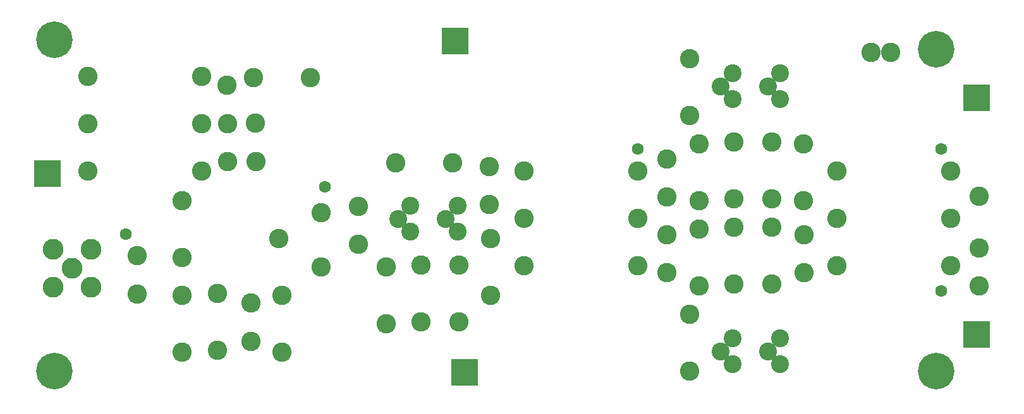
<source format=gbr>
%FSLAX34Y34*%
%MOMM*%
%LNSOLDERMASK_BOTTOM*%
G71*
G01*
%ADD10C,2.400*%
%ADD11C,2.600*%
%ADD12C,2.600*%
%ADD13C,1.600*%
%ADD14C,2.800*%
%ADD15C,4.900*%
%LPD*%
X863600Y6350D02*
G54D10*
D03*
X847700Y-11225D02*
G54D10*
D03*
X863635Y-28841D02*
G54D10*
D03*
X927100Y6350D02*
G54D10*
D03*
X911200Y-11225D02*
G54D10*
D03*
X927135Y-28841D02*
G54D10*
D03*
X863600Y-349250D02*
G54D10*
D03*
X847700Y-366825D02*
G54D10*
D03*
X863635Y-384441D02*
G54D10*
D03*
X927100Y-349250D02*
G54D10*
D03*
X911200Y-366825D02*
G54D10*
D03*
X927135Y-384441D02*
G54D10*
D03*
X865529Y-161975D02*
G54D11*
D03*
X865579Y-85725D02*
G54D11*
D03*
X865529Y-276275D02*
G54D11*
D03*
X865579Y-200025D02*
G54D11*
D03*
X916329Y-161975D02*
G54D11*
D03*
X916379Y-85725D02*
G54D11*
D03*
X916329Y-276275D02*
G54D11*
D03*
X916379Y-200025D02*
G54D11*
D03*
X818538Y-164535D02*
G54D11*
D03*
X818588Y-88285D02*
G54D11*
D03*
X818538Y-278835D02*
G54D11*
D03*
X818588Y-202585D02*
G54D11*
D03*
X805838Y-393135D02*
G54D11*
D03*
X805888Y-316885D02*
G54D11*
D03*
X805838Y-50235D02*
G54D11*
D03*
X805888Y26015D02*
G54D11*
D03*
X775577Y-108716D02*
G54D11*
D03*
X775577Y-159516D02*
G54D11*
D03*
X775577Y-210316D02*
G54D11*
D03*
X775577Y-261116D02*
G54D11*
D03*
X958238Y-164535D02*
G54D11*
D03*
X958288Y-88285D02*
G54D11*
D03*
X959727Y-210316D02*
G54D11*
D03*
X959727Y-261116D02*
G54D11*
D03*
X818538Y-164535D02*
G54D12*
D03*
X818588Y-202585D02*
G54D12*
D03*
X865579Y-200025D02*
G54D12*
D03*
X865529Y-161975D02*
G54D12*
D03*
X916379Y-200025D02*
G54D12*
D03*
X916329Y-161975D02*
G54D12*
D03*
X959727Y-261116D02*
G54D12*
D03*
X584200Y-125350D02*
G54D11*
D03*
X736600Y-125350D02*
G54D11*
D03*
X584200Y-252350D02*
G54D11*
D03*
X584200Y-188850D02*
G54D11*
D03*
X736600Y-188850D02*
G54D11*
D03*
X736600Y-252350D02*
G54D11*
D03*
X1003300Y-125350D02*
G54D11*
D03*
X1155700Y-125350D02*
G54D11*
D03*
X1003300Y-252350D02*
G54D11*
D03*
X1003300Y-188850D02*
G54D11*
D03*
X1155700Y-188850D02*
G54D11*
D03*
X1155700Y-252350D02*
G54D11*
D03*
X584200Y-188850D02*
G54D12*
D03*
X736600Y-188850D02*
G54D12*
D03*
X1003300Y-188850D02*
G54D12*
D03*
X1155700Y-188850D02*
G54D12*
D03*
X1049475Y34325D02*
G54D11*
D03*
X1074975Y34325D02*
G54D11*
D03*
X431800Y-171450D02*
G54D10*
D03*
X415900Y-189025D02*
G54D10*
D03*
X431835Y-206641D02*
G54D10*
D03*
X495300Y-171450D02*
G54D10*
D03*
X479400Y-189025D02*
G54D10*
D03*
X495335Y-206641D02*
G54D10*
D03*
X446429Y-327075D02*
G54D11*
D03*
X446479Y-250825D02*
G54D11*
D03*
X497229Y-327075D02*
G54D11*
D03*
X497279Y-250825D02*
G54D11*
D03*
X399438Y-329635D02*
G54D11*
D03*
X399488Y-253385D02*
G54D11*
D03*
X399488Y-253385D02*
G54D11*
D03*
X362827Y-172216D02*
G54D11*
D03*
X362827Y-223016D02*
G54D11*
D03*
X412148Y-113661D02*
G54D11*
D03*
X488399Y-113711D02*
G54D11*
D03*
X488399Y-113711D02*
G54D11*
D03*
X539536Y-215535D02*
G54D11*
D03*
X539486Y-291785D02*
G54D11*
D03*
X538048Y-169753D02*
G54D11*
D03*
X538048Y-118953D02*
G54D11*
D03*
X538048Y-118953D02*
G54D12*
D03*
X446429Y-327075D02*
G54D12*
D03*
X497229Y-327075D02*
G54D12*
D03*
X399438Y-329635D02*
G54D12*
D03*
X173379Y-365175D02*
G54D11*
D03*
X173429Y-288925D02*
G54D11*
D03*
X126388Y-367735D02*
G54D11*
D03*
X126438Y-291485D02*
G54D11*
D03*
X126438Y-291485D02*
G54D11*
D03*
X173379Y-365175D02*
G54D12*
D03*
X126388Y-367735D02*
G54D12*
D03*
X312874Y-253593D02*
G54D11*
D03*
X255724Y-215493D02*
G54D11*
D03*
X312874Y-180568D02*
G54D11*
D03*
X255724Y-215493D02*
G54D11*
D03*
X218481Y-302291D02*
G54D11*
D03*
X218593Y-353272D02*
G54D11*
D03*
X218593Y-353272D02*
G54D11*
D03*
X218593Y-353272D02*
G54D11*
D03*
X186997Y-112161D02*
G54D11*
D03*
X186885Y-61180D02*
G54D11*
D03*
X224831Y-60991D02*
G54D11*
D03*
X224943Y-111972D02*
G54D11*
D03*
X224943Y-111972D02*
G54D11*
D03*
X224943Y-111972D02*
G54D11*
D03*
X126472Y-164471D02*
G54D11*
D03*
X126422Y-240721D02*
G54D11*
D03*
X126422Y-240721D02*
G54D11*
D03*
X66081Y-238791D02*
G54D11*
D03*
X66193Y-289772D02*
G54D11*
D03*
X0Y1650D02*
G54D11*
D03*
X152400Y1650D02*
G54D11*
D03*
X0Y-125350D02*
G54D11*
D03*
X0Y-61850D02*
G54D11*
D03*
X152400Y-61850D02*
G54D11*
D03*
X152400Y-125350D02*
G54D11*
D03*
X0Y-61850D02*
G54D12*
D03*
X152400Y-61850D02*
G54D12*
D03*
X186103Y-9534D02*
G54D11*
D03*
X259738Y-367735D02*
G54D11*
D03*
X259788Y-291485D02*
G54D11*
D03*
X259788Y-291485D02*
G54D11*
D03*
X259738Y-367735D02*
G54D12*
D03*
X317500Y-146050D02*
G54D13*
D03*
X736600Y-95250D02*
G54D13*
D03*
X1143000Y-95250D02*
G54D13*
D03*
X1143000Y-285750D02*
G54D13*
D03*
X-46269Y-230119D02*
G54D14*
D03*
X4531Y-230119D02*
G54D14*
D03*
X-20869Y-255519D02*
G54D14*
D03*
X4531Y-280919D02*
G54D14*
D03*
X-46269Y-280919D02*
G54D14*
D03*
X50800Y-209550D02*
G54D13*
D03*
X221649Y639D02*
G54D11*
D03*
X297898Y589D02*
G54D11*
D03*
X297898Y589D02*
G54D11*
D03*
G36*
X-71974Y-110463D02*
X-35974Y-110463D01*
X-35974Y-146463D01*
X-71974Y-146463D01*
X-71974Y-110463D01*
G37*
X-44450Y-393700D02*
G54D15*
D03*
X-44450Y50800D02*
G54D15*
D03*
X1136650Y38100D02*
G54D15*
D03*
X1136650Y-393700D02*
G54D15*
D03*
G36*
X486826Y-377163D02*
X522826Y-377163D01*
X522826Y-413163D01*
X486826Y-413163D01*
X486826Y-377163D01*
G37*
G36*
X474126Y67337D02*
X510126Y67337D01*
X510126Y31337D01*
X474126Y31337D01*
X474126Y67337D01*
G37*
X1193800Y-158750D02*
G54D11*
D03*
X1193800Y-228600D02*
G54D11*
D03*
X1193800Y-279400D02*
G54D11*
D03*
G36*
X1172626Y-8863D02*
X1208626Y-8863D01*
X1208626Y-44863D01*
X1172626Y-44863D01*
X1172626Y-8863D01*
G37*
G36*
X1172626Y-326363D02*
X1208626Y-326363D01*
X1208626Y-362363D01*
X1172626Y-362363D01*
X1172626Y-326363D01*
G37*
M02*

</source>
